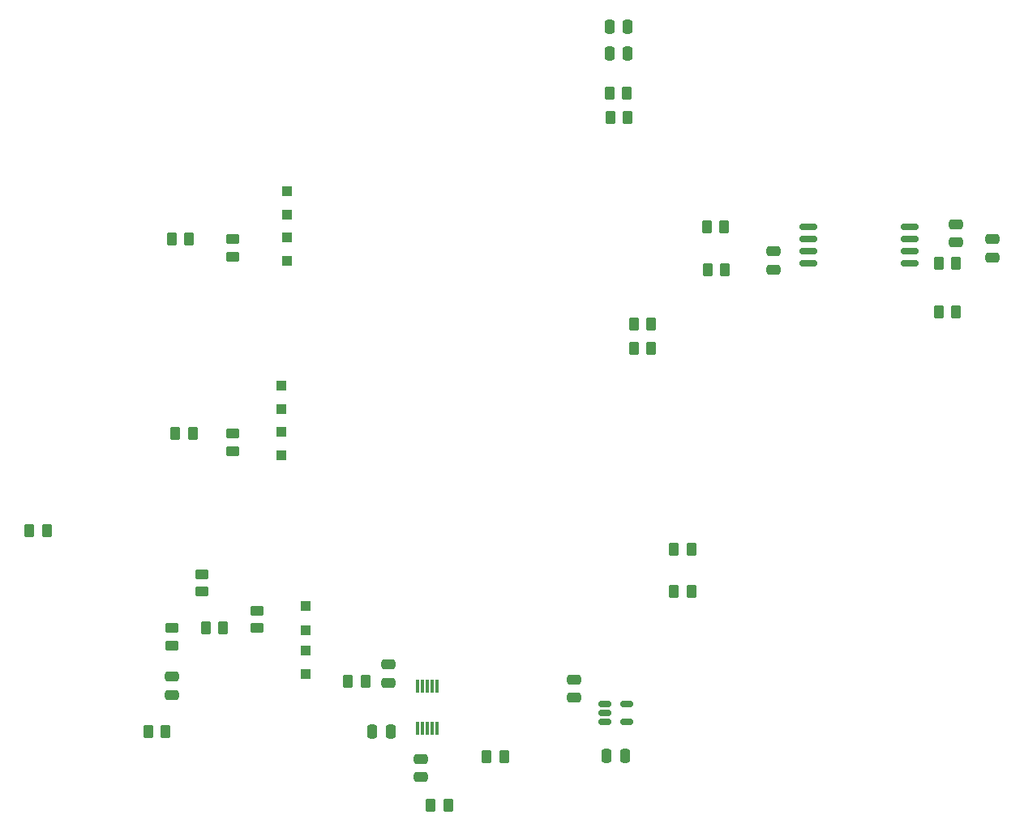
<source format=gbr>
%TF.GenerationSoftware,KiCad,Pcbnew,6.0.2+dfsg-1*%
%TF.CreationDate,2023-03-31T17:06:09+02:00*%
%TF.ProjectId,feedbackController,66656564-6261-4636-9b43-6f6e74726f6c,rev?*%
%TF.SameCoordinates,Original*%
%TF.FileFunction,Paste,Top*%
%TF.FilePolarity,Positive*%
%FSLAX46Y46*%
G04 Gerber Fmt 4.6, Leading zero omitted, Abs format (unit mm)*
G04 Created by KiCad (PCBNEW 6.0.2+dfsg-1) date 2023-03-31 17:06:09*
%MOMM*%
%LPD*%
G01*
G04 APERTURE LIST*
G04 Aperture macros list*
%AMRoundRect*
0 Rectangle with rounded corners*
0 $1 Rounding radius*
0 $2 $3 $4 $5 $6 $7 $8 $9 X,Y pos of 4 corners*
0 Add a 4 corners polygon primitive as box body*
4,1,4,$2,$3,$4,$5,$6,$7,$8,$9,$2,$3,0*
0 Add four circle primitives for the rounded corners*
1,1,$1+$1,$2,$3*
1,1,$1+$1,$4,$5*
1,1,$1+$1,$6,$7*
1,1,$1+$1,$8,$9*
0 Add four rect primitives between the rounded corners*
20,1,$1+$1,$2,$3,$4,$5,0*
20,1,$1+$1,$4,$5,$6,$7,0*
20,1,$1+$1,$6,$7,$8,$9,0*
20,1,$1+$1,$8,$9,$2,$3,0*%
G04 Aperture macros list end*
%ADD10RoundRect,0.250000X-0.262500X-0.450000X0.262500X-0.450000X0.262500X0.450000X-0.262500X0.450000X0*%
%ADD11R,1.000000X1.000000*%
%ADD12RoundRect,0.250000X-0.250000X-0.475000X0.250000X-0.475000X0.250000X0.475000X-0.250000X0.475000X0*%
%ADD13RoundRect,0.250000X0.450000X-0.262500X0.450000X0.262500X-0.450000X0.262500X-0.450000X-0.262500X0*%
%ADD14RoundRect,0.250000X-0.450000X0.262500X-0.450000X-0.262500X0.450000X-0.262500X0.450000X0.262500X0*%
%ADD15RoundRect,0.250000X-0.475000X0.250000X-0.475000X-0.250000X0.475000X-0.250000X0.475000X0.250000X0*%
%ADD16RoundRect,0.250000X0.250000X0.475000X-0.250000X0.475000X-0.250000X-0.475000X0.250000X-0.475000X0*%
%ADD17RoundRect,0.250000X0.262500X0.450000X-0.262500X0.450000X-0.262500X-0.450000X0.262500X-0.450000X0*%
%ADD18RoundRect,0.250000X0.475000X-0.250000X0.475000X0.250000X-0.475000X0.250000X-0.475000X-0.250000X0*%
%ADD19RoundRect,0.150000X-0.512500X-0.150000X0.512500X-0.150000X0.512500X0.150000X-0.512500X0.150000X0*%
%ADD20RoundRect,0.150000X0.750000X0.150000X-0.750000X0.150000X-0.750000X-0.150000X0.750000X-0.150000X0*%
%ADD21R,0.300000X1.400000*%
G04 APERTURE END LIST*
D10*
%TO.C,R21*%
X124817500Y-135382000D03*
X126642500Y-135382000D03*
%TD*%
%TO.C,R11*%
X177875000Y-83820000D03*
X179700000Y-83820000D03*
%TD*%
D11*
%TO.C,D1*%
X109855000Y-78500000D03*
X109855000Y-76000000D03*
%TD*%
D10*
%TO.C,R10*%
X143590000Y-63500000D03*
X145415000Y-63500000D03*
%TD*%
D12*
%TO.C,C2*%
X118750000Y-127635000D03*
X120650000Y-127635000D03*
%TD*%
D13*
%TO.C,R8*%
X100965000Y-113030000D03*
X100965000Y-111205000D03*
%TD*%
D12*
%TO.C,C10*%
X143510000Y-56769000D03*
X145410000Y-56769000D03*
%TD*%
D11*
%TO.C,D3*%
X109220000Y-98820000D03*
X109220000Y-96320000D03*
%TD*%
D10*
%TO.C,R9*%
X82907500Y-106680000D03*
X84732500Y-106680000D03*
%TD*%
%TO.C,R3*%
X98147500Y-96520000D03*
X99972500Y-96520000D03*
%TD*%
%TO.C,R17*%
X146050000Y-85090000D03*
X147875000Y-85090000D03*
%TD*%
D14*
%TO.C,R4*%
X104140000Y-96520000D03*
X104140000Y-98345000D03*
%TD*%
D15*
%TO.C,C1*%
X97790000Y-121920000D03*
X97790000Y-123820000D03*
%TD*%
D11*
%TO.C,D5*%
X111760000Y-114540000D03*
X111760000Y-117040000D03*
%TD*%
D12*
%TO.C,C9*%
X143510000Y-53975000D03*
X145410000Y-53975000D03*
%TD*%
D15*
%TO.C,C11*%
X183515000Y-76200000D03*
X183515000Y-78100000D03*
%TD*%
D16*
%TO.C,C7*%
X145095000Y-130175000D03*
X143195000Y-130175000D03*
%TD*%
D10*
%TO.C,R1*%
X97790000Y-76200000D03*
X99615000Y-76200000D03*
%TD*%
D13*
%TO.C,R7*%
X97790000Y-118665000D03*
X97790000Y-116840000D03*
%TD*%
D10*
%TO.C,R20*%
X143510000Y-60960000D03*
X145335000Y-60960000D03*
%TD*%
%TO.C,R5*%
X101322500Y-116840000D03*
X103147500Y-116840000D03*
%TD*%
D17*
%TO.C,R13*%
X152042500Y-108585000D03*
X150217500Y-108585000D03*
%TD*%
%TO.C,R14*%
X152042500Y-113030000D03*
X150217500Y-113030000D03*
%TD*%
D18*
%TO.C,C8*%
X160655000Y-79375000D03*
X160655000Y-77475000D03*
%TD*%
D11*
%TO.C,D2*%
X109220000Y-93960000D03*
X109220000Y-91460000D03*
%TD*%
D10*
%TO.C,R22*%
X130659500Y-130302000D03*
X132484500Y-130302000D03*
%TD*%
%TO.C,R18*%
X95330000Y-127635000D03*
X97155000Y-127635000D03*
%TD*%
D17*
%TO.C,R12*%
X179700000Y-78740000D03*
X177875000Y-78740000D03*
%TD*%
D18*
%TO.C,C5*%
X179705000Y-76515000D03*
X179705000Y-74615000D03*
%TD*%
D11*
%TO.C,D6*%
X109855000Y-73640000D03*
X109855000Y-71140000D03*
%TD*%
D17*
%TO.C,R16*%
X155575000Y-79375000D03*
X153750000Y-79375000D03*
%TD*%
D19*
%TO.C,U4*%
X143007500Y-124780000D03*
X143007500Y-125730000D03*
X143007500Y-126680000D03*
X145282500Y-126680000D03*
X145282500Y-124780000D03*
%TD*%
D11*
%TO.C,D4*%
X111760000Y-119180000D03*
X111760000Y-121680000D03*
%TD*%
D18*
%TO.C,C4*%
X120396000Y-122555000D03*
X120396000Y-120655000D03*
%TD*%
D13*
%TO.C,R6*%
X106680000Y-116840000D03*
X106680000Y-115015000D03*
%TD*%
D15*
%TO.C,C6*%
X139832500Y-122240000D03*
X139832500Y-124140000D03*
%TD*%
D14*
%TO.C,R2*%
X104140000Y-76200000D03*
X104140000Y-78025000D03*
%TD*%
D20*
%TO.C,U3*%
X174870000Y-78740000D03*
X174870000Y-77470000D03*
X174870000Y-76200000D03*
X174870000Y-74930000D03*
X164220000Y-74930000D03*
X164220000Y-76200000D03*
X164220000Y-77470000D03*
X164220000Y-78740000D03*
%TD*%
D15*
%TO.C,C3*%
X123825000Y-130495000D03*
X123825000Y-132395000D03*
%TD*%
D17*
%TO.C,R23*%
X118006500Y-122428000D03*
X116181500Y-122428000D03*
%TD*%
D10*
%TO.C,R19*%
X146050000Y-87630000D03*
X147875000Y-87630000D03*
%TD*%
D21*
%TO.C,U1*%
X123460000Y-127295000D03*
X123960000Y-127295000D03*
X124460000Y-127295000D03*
X124960000Y-127295000D03*
X125460000Y-127295000D03*
X125460000Y-122895000D03*
X124960000Y-122895000D03*
X124460000Y-122895000D03*
X123960000Y-122895000D03*
X123460000Y-122895000D03*
%TD*%
D17*
%TO.C,R15*%
X155495000Y-74930000D03*
X153670000Y-74930000D03*
%TD*%
M02*

</source>
